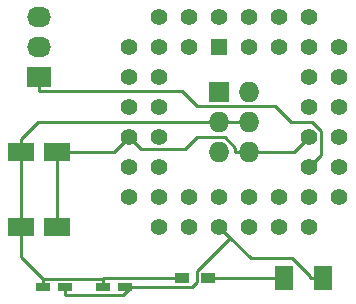
<source format=gtl>
%TF.GenerationSoftware,KiCad,Pcbnew,4.0.2+dfsg1-stable*%
%TF.CreationDate,2018-11-15T01:04:14+01:00*%
%TF.ProjectId,A600MPU-Adapter,413630304D50552D416461707465722E,rev?*%
%TF.FileFunction,Copper,L1,Top,Signal*%
%FSLAX46Y46*%
G04 Gerber Fmt 4.6, Leading zero omitted, Abs format (unit mm)*
G04 Created by KiCad (PCBNEW 4.0.2+dfsg1-stable) date Thu 15 Nov 2018 01:04:14 CET*
%MOMM*%
G01*
G04 APERTURE LIST*
%ADD10C,0.100000*%
%ADD11R,2.199640X1.600200*%
%ADD12R,1.200000X0.750000*%
%ADD13R,1.524000X2.032000*%
%ADD14R,2.032000X1.727200*%
%ADD15O,2.032000X1.727200*%
%ADD16R,1.200000X0.900000*%
%ADD17R,1.397000X1.397000*%
%ADD18C,1.397000*%
%ADD19R,1.727200X1.727200*%
%ADD20O,1.727200X1.727200*%
%ADD21C,0.250000*%
G04 APERTURE END LIST*
D10*
D11*
X147551140Y-113030000D03*
X144548860Y-113030000D03*
D12*
X148270000Y-118110000D03*
X146370000Y-118110000D03*
D11*
X147551140Y-106680000D03*
X144548860Y-106680000D03*
D12*
X153350000Y-118110000D03*
X151450000Y-118110000D03*
D13*
X166751000Y-117348000D03*
X170053000Y-117348000D03*
D14*
X146050000Y-100330000D03*
D15*
X146050000Y-97790000D03*
X146050000Y-95250000D03*
D16*
X160358000Y-117348000D03*
X158158000Y-117348000D03*
D17*
X161290000Y-97790000D03*
D18*
X163830000Y-95250000D03*
X163830000Y-97790000D03*
X166370000Y-95250000D03*
X166370000Y-97790000D03*
X168910000Y-95250000D03*
X171450000Y-97790000D03*
X168910000Y-97790000D03*
X171450000Y-100330000D03*
X168910000Y-100330000D03*
X171450000Y-102870000D03*
X168910000Y-102870000D03*
X171450000Y-105410000D03*
X168910000Y-105410000D03*
X171450000Y-107950000D03*
X168910000Y-107950000D03*
X171450000Y-110490000D03*
X168910000Y-113030000D03*
X168910000Y-110490000D03*
X166370000Y-113030000D03*
X166370000Y-110490000D03*
X163830000Y-113030000D03*
X163830000Y-110490000D03*
X161290000Y-113030000D03*
X161290000Y-110490000D03*
X158750000Y-113030000D03*
X158750000Y-110490000D03*
X156210000Y-113030000D03*
X153670000Y-110490000D03*
X156210000Y-110490000D03*
X153670000Y-107950000D03*
X156210000Y-107950000D03*
X153670000Y-105410000D03*
X156210000Y-105410000D03*
X153670000Y-102870000D03*
X156210000Y-102870000D03*
X153670000Y-100330000D03*
X156210000Y-100330000D03*
X153670000Y-97790000D03*
X156210000Y-95250000D03*
X156210000Y-97790000D03*
X158750000Y-95250000D03*
X158750000Y-97790000D03*
X161290000Y-95250000D03*
D19*
X161290000Y-101600000D03*
D20*
X163830000Y-101600000D03*
X161290000Y-104140000D03*
X163830000Y-104140000D03*
X161290000Y-106680000D03*
X163830000Y-106680000D03*
D21*
X167640000Y-106680000D02*
X163830000Y-106680000D01*
X168910000Y-105410000D02*
X167640000Y-106680000D01*
X163830000Y-106680000D02*
X162641100Y-106680000D01*
X154707900Y-106447900D02*
X153670000Y-105410000D01*
X158428700Y-106447900D02*
X154707900Y-106447900D01*
X159434300Y-105442300D02*
X158428700Y-106447900D01*
X161774900Y-105442300D02*
X159434300Y-105442300D01*
X162641100Y-106308500D02*
X161774900Y-105442300D01*
X162641100Y-106680000D02*
X162641100Y-106308500D01*
X152400000Y-106680000D02*
X153670000Y-105410000D01*
X147551100Y-106680000D02*
X152400000Y-106680000D01*
X147551100Y-113030000D02*
X147551100Y-111904600D01*
X147551100Y-106680000D02*
X147551100Y-111904600D01*
X170053000Y-117348000D02*
X168965700Y-117348000D01*
X154288700Y-118123400D02*
X154275300Y-118110000D01*
X158965600Y-118123400D02*
X154288700Y-118123400D01*
X159432600Y-117656400D02*
X158965600Y-118123400D01*
X159432600Y-116757200D02*
X159432600Y-117656400D01*
X162224900Y-113964900D02*
X159432600Y-116757200D01*
X161290000Y-113030000D02*
X162224900Y-113964900D01*
X168965700Y-117212100D02*
X168965700Y-117348000D01*
X167441600Y-115688000D02*
X168965700Y-117212100D01*
X163948000Y-115688000D02*
X167441600Y-115688000D01*
X162224900Y-113964900D02*
X163948000Y-115688000D01*
X153350000Y-118110000D02*
X153812700Y-118110000D01*
X153812700Y-118110000D02*
X154275300Y-118110000D01*
X153112400Y-118810300D02*
X148270000Y-118810300D01*
X153812700Y-118110000D02*
X153112400Y-118810300D01*
X148270000Y-118110000D02*
X148270000Y-118810300D01*
X151450000Y-118110000D02*
X151450000Y-117409700D01*
X163830000Y-104140000D02*
X161290000Y-104140000D01*
X145963500Y-104140000D02*
X144548900Y-105554600D01*
X161290000Y-104140000D02*
X145963500Y-104140000D01*
X144548900Y-106680000D02*
X144548900Y-105554600D01*
X144548900Y-106680000D02*
X144548900Y-113030000D01*
X144548900Y-115588600D02*
X146370000Y-117409700D01*
X144548900Y-113030000D02*
X144548900Y-115588600D01*
X146370000Y-118110000D02*
X146370000Y-117409700D01*
X151511700Y-117348000D02*
X151450000Y-117409700D01*
X158158000Y-117348000D02*
X151511700Y-117348000D01*
X151450000Y-117409700D02*
X146370000Y-117409700D01*
X160358000Y-117348000D02*
X166751000Y-117348000D01*
X158106400Y-101518900D02*
X146050000Y-101518900D01*
X159376500Y-102789000D02*
X158106400Y-101518900D01*
X166008300Y-102789000D02*
X159376500Y-102789000D01*
X167359300Y-104140000D02*
X166008300Y-102789000D01*
X169161000Y-104140000D02*
X167359300Y-104140000D01*
X169933900Y-104912900D02*
X169161000Y-104140000D01*
X169933900Y-106926100D02*
X169933900Y-104912900D01*
X168910000Y-107950000D02*
X169933900Y-106926100D01*
X146050000Y-100330000D02*
X146050000Y-101518900D01*
M02*

</source>
